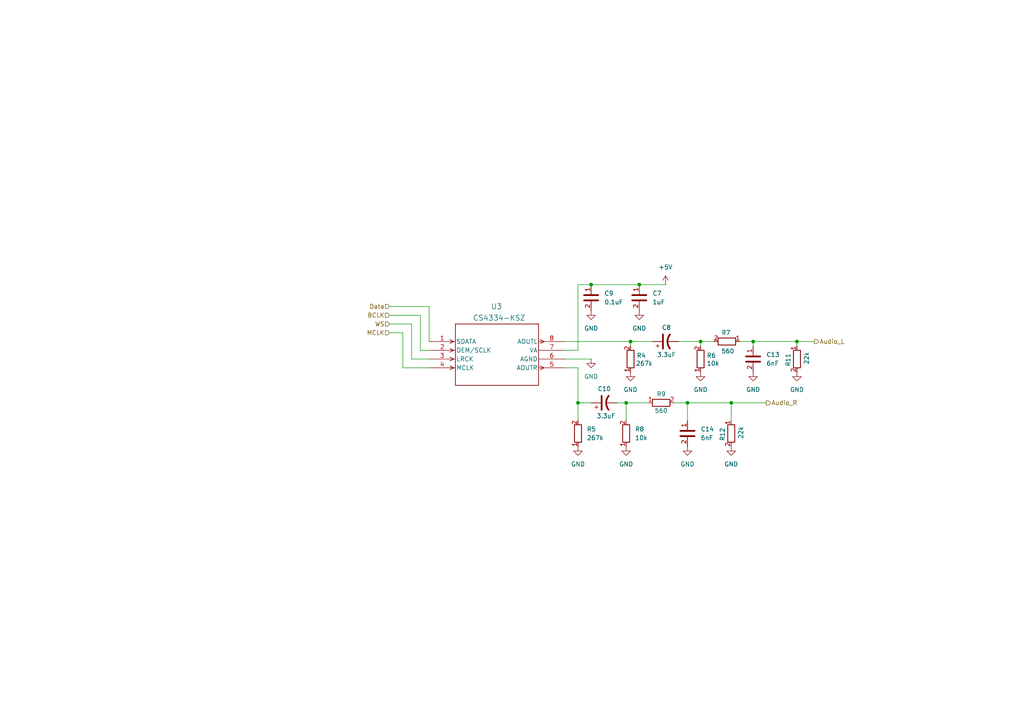
<source format=kicad_sch>
(kicad_sch (version 20231120) (generator "eeschema") (generator_version "8.0")
  (paper "A4")
  (lib_symbols
    (symbol "Device:C_Polarized_US" (pin_numbers hide) (pin_names (offset 0.254) hide)
      (property "Reference" "C" (at 0.635 2.54 0))
      (property "Value" "C_Polarized_US" (at 0.635 -2.54 0))
      (symbol "C_Polarized_US_0_1"
        (polyline (pts (xy -2.032 0.762) (xy 2.032 0.762)) (stroke (width 0.508)))
        (polyline (pts (xy -1.778 2.286) (xy -0.762 2.286)))
        (polyline (pts (xy -1.27 1.778) (xy -1.27 2.794)))
        (arc (start 2.032 -1.27) (mid 0 -0.5572) (end -2.032 -1.27) (stroke (width 0.508)))
      )
      (symbol "C_Polarized_US_1_1"
        (pin passive line (at 0 3.81 270) (length 2.794) (name "~") (number "1"))
        (pin passive line (at 0 -3.81 90) (length 3.302) (name "~") (number "2"))
      )
    )
    (symbol "PVA_board:C"
      (property "Reference" "C" (at 0 0 0))
      (symbol "C_0_1"
        (polyline (pts (xy -0.762 3.048) (xy -0.762 7.112)) (stroke (width 0.508)))
        (polyline (pts (xy 0.762 3.048) (xy 0.762 7.112)) (stroke (width 0.508)))
      )
      (symbol "C_1_1"
        (pin passive line (at -3.81 5.08 0) (length 2.794) (name "~") (number "1"))
        (pin passive line (at 3.81 5.08 180) (length 2.794) (name "~") (number "2"))
      )
    )
    (symbol "PVA_board:CS4334-KSZ" (pin_names (offset 0.254))
      (property "Reference" "U" (at 19.304 9.398 0))
      (property "Value" "CS4334-KSZ" (at 19.304 6.858 0))
      (symbol "CS4334-KSZ_0_1"
        (polyline (pts (xy 7.0993 -7.62) (xy 6.0579 -8.1407)) (stroke (width 0.2032)))
        (polyline (pts (xy 7.0993 -7.62) (xy 6.0579 -7.0993)) (stroke (width 0.2032)))
        (polyline (pts (xy 7.0993 -5.08) (xy 6.0579 -5.6007)) (stroke (width 0.2032)))
        (polyline (pts (xy 7.0993 -5.08) (xy 6.0579 -4.5593)) (stroke (width 0.2032)))
        (polyline (pts (xy 7.0993 -2.54) (xy 6.0579 -3.0607)) (stroke (width 0.2032)))
        (polyline (pts (xy 7.0993 -2.54) (xy 6.0579 -2.0193)) (stroke (width 0.2032)))
        (polyline (pts (xy 7.0993 0) (xy 6.0579 -0.5207)) (stroke (width 0.2032)))
        (polyline (pts (xy 7.0993 0) (xy 6.0579 0.5207)) (stroke (width 0.2032)))
        (polyline (pts (xy 7.62 -12.7) (xy 31.75 -12.7)) (stroke (width 0.2032)))
        (polyline (pts (xy 7.62 5.08) (xy 7.62 -12.7)) (stroke (width 0.2032)))
        (polyline (pts (xy 31.75 -12.7) (xy 31.75 5.08)) (stroke (width 0.2032)))
        (polyline (pts (xy 31.75 5.08) (xy 7.62 5.08)) (stroke (width 0.2032)))
        (polyline (pts (xy 32.2707 -8.1407) (xy 33.3121 -7.62)) (stroke (width 0.2032)))
        (polyline (pts (xy 32.2707 -7.0993) (xy 33.3121 -7.62)) (stroke (width 0.2032)))
        (polyline (pts (xy 32.2707 -0.5207) (xy 33.3121 0)) (stroke (width 0.2032)))
        (polyline (pts (xy 32.2707 0.5207) (xy 33.3121 0)) (stroke (width 0.2032)))
        (pin input line (at 0 0 0) (length 7.62) (name "SDATA") (number "1"))
        (pin input line (at 0 -2.54 0) (length 7.62) (name "DEM/SCLK") (number "2"))
        (pin input line (at 0 -5.08 0) (length 7.62) (name "LRCK") (number "3"))
        (pin input line (at 0 -7.62 0) (length 7.62) (name "MCLK") (number "4"))
        (pin output line (at 39.37 -7.62 180) (length 7.62) (name "AOUTR") (number "5"))
        (pin power_in line (at 39.37 -5.08 180) (length 7.62) (name "AGND") (number "6"))
        (pin power_in line (at 39.37 -2.54 180) (length 7.62) (name "VA") (number "7"))
        (pin output line (at 39.37 0 180) (length 7.62) (name "AOUTL") (number "8"))
      )
    )
    (symbol "PVA_board:R"
      (property "Reference" "R" (at 0 0 0))
      (symbol "R_0_1"
        (rectangle (start 2.54 1.524) (end -2.54 3.556) (stroke (width 0.254)))
      )
      (symbol "R_1_1"
        (pin passive line (at -3.81 2.54 0) (length 1.27) (name "~") (number "1"))
        (pin passive line (at 3.81 2.54 180) (length 1.27) (name "~") (number "2"))
      )
    )
    (symbol "power:+5V" (power) (pin_numbers hide) (pin_names (offset 0) hide)
      (property "Value" "+5V" (at 0 3.556 0))
      (symbol "+5V_0_1"
        (polyline (pts (xy -0.762 1.27) (xy 0 2.54)))
        (polyline (pts (xy 0 0) (xy 0 2.54)))
        (polyline (pts (xy 0 2.54) (xy 0.762 1.27)))
      )
      (symbol "+5V_1_1"
        (pin power_in line (at 0 0 90) (length 0) (name "~") (number "1"))
      )
    )
    (symbol "power:GND" (power) (pin_numbers hide) (pin_names (offset 0) hide)
      (property "Value" "GND" (at 0 -3.81 0))
      (symbol "GND_0_1"
        (polyline (pts (xy 0 0) (xy 0 -1.27) (xy 1.27 -1.27) (xy 0 -2.54) (xy -1.27 -1.27) (xy 0 -1.27)))
      )
      (symbol "GND_1_1"
        (pin power_in line (at 0 0 270) (length 0) (name "~") (number "1"))
      )
    )
  )
  (junction (at 199.39 116.84))
  (junction (at 185.42 82.55))
  (junction (at 218.44 99.06))
  (junction (at 181.61 116.84))
  (junction (at 231.14 99.06))
  (junction (at 167.64 116.84))
  (junction (at 171.45 82.55))
  (junction (at 212.09 116.84))
  (junction (at 203.2 99.06))
  (junction (at 182.88 99.06))
  (wire (pts (xy 124.46 104.14) (xy 119.38 104.14)))
  (wire (pts (xy 124.46 99.06) (xy 124.46 88.9)))
  (wire (pts (xy 212.09 121.92) (xy 212.09 116.84)))
  (wire (pts (xy 167.64 106.68) (xy 167.64 116.84)))
  (wire (pts (xy 218.44 100.33) (xy 218.44 99.06)))
  (wire (pts (xy 121.92 101.6) (xy 124.46 101.6)))
  (wire (pts (xy 182.88 100.33) (xy 182.88 99.06)))
  (wire (pts (xy 167.64 106.68) (xy 163.83 106.68)))
  (wire (pts (xy 218.44 99.06) (xy 214.63 99.06)))
  (wire (pts (xy 113.03 88.9) (xy 124.46 88.9)))
  (wire (pts (xy 171.45 116.84) (xy 167.64 116.84)))
  (wire (pts (xy 182.88 99.06) (xy 189.23 99.06)))
  (wire (pts (xy 113.03 96.52) (xy 116.84 96.52)))
  (wire (pts (xy 203.2 99.06) (xy 196.85 99.06)))
  (wire (pts (xy 121.92 101.6) (xy 121.92 91.44)))
  (wire (pts (xy 187.96 116.84) (xy 181.61 116.84)))
  (wire (pts (xy 119.38 93.98) (xy 119.38 104.14)))
  (wire (pts (xy 167.64 82.55) (xy 167.64 101.6)))
  (wire (pts (xy 113.03 93.98) (xy 119.38 93.98)))
  (wire (pts (xy 199.39 116.84) (xy 195.58 116.84)))
  (wire (pts (xy 231.14 99.06) (xy 236.22 99.06)))
  (wire (pts (xy 185.42 82.55) (xy 193.04 82.55)))
  (wire (pts (xy 113.03 91.44) (xy 121.92 91.44)))
  (wire (pts (xy 181.61 116.84) (xy 179.07 116.84)))
  (wire (pts (xy 167.64 121.92) (xy 167.64 116.84)))
  (wire (pts (xy 171.45 82.55) (xy 185.42 82.55)))
  (wire (pts (xy 207.01 99.06) (xy 203.2 99.06)))
  (wire (pts (xy 124.46 106.68) (xy 116.84 106.68)))
  (wire (pts (xy 199.39 116.84) (xy 212.09 116.84)))
  (wire (pts (xy 203.2 100.33) (xy 203.2 99.06)))
  (wire (pts (xy 231.14 100.33) (xy 231.14 99.06)))
  (wire (pts (xy 171.45 104.14) (xy 163.83 104.14)))
  (wire (pts (xy 212.09 116.84) (xy 222.25 116.84)))
  (wire (pts (xy 163.83 99.06) (xy 182.88 99.06)))
  (wire (pts (xy 181.61 121.92) (xy 181.61 116.84)))
  (wire (pts (xy 167.64 101.6) (xy 163.83 101.6)))
  (wire (pts (xy 199.39 121.92) (xy 199.39 116.84)))
  (wire (pts (xy 167.64 82.55) (xy 171.45 82.55)))
  (wire (pts (xy 116.84 106.68) (xy 116.84 96.52)))
  (wire (pts (xy 218.44 99.06) (xy 231.14 99.06)))
  (hierarchical_label "BCLK" (shape input) (at 113.03 91.44 180))
  (hierarchical_label "Data" (shape input) (at 113.03 88.9 180))
  (hierarchical_label "Audio_R" (shape output) (at 222.25 116.84 0))
  (hierarchical_label "Audio_L" (shape output) (at 236.22 99.06 0))
  (hierarchical_label "WS" (shape input) (at 113.03 93.98 180))
  (hierarchical_label "MCLK" (shape input) (at 113.03 96.52 180))
  (symbol (lib_id "power:+5V") (at 193.04 82.55 0) (unit 1)
    (property "Reference" "#PWR024" (effects (hide yes)))
    (property "Value" "+5V" (at 193.04 77.47 0))
    (property "Description" "Power symbol creates a global label with name \"+5V\"" (effects (hide yes)))
  )
  (symbol (lib_id "power:GND") (at 199.39 129.54 0) (unit 1)
    (property "Reference" "#PWR025" (effects (hide yes)))
    (property "Value" "GND" (at 199.39 134.62 0))
    (property "Description" "Power symbol creates a global label with name \"GND\" , ground" (effects (hide yes)))
  )
  (symbol (lib_id "power:GND") (at 218.44 107.95 0) (unit 1)
    (property "Reference" "#PWR028" (effects (hide yes)))
    (property "Value" "GND" (at 218.44 113.03 0))
    (property "Description" "Power symbol creates a global label with name \"GND\" , ground" (effects (hide yes)))
  )
  (symbol (lib_id "power:GND") (at 171.45 104.14 0) (unit 1)
    (property "Reference" "#PWR020" (effects (hide yes)))
    (property "Value" "GND" (at 171.45 109.22 0))
    (property "Description" "Power symbol creates a global label with name \"GND\" , ground" (effects (hide yes)))
  )
  (symbol (lib_id "PVA_board:C") (at 166.37 86.36 270) (unit 1)
    (property "Reference" "C9" (at 175.26 85.0899 90) (effects (justify left)))
    (property "Value" "0.1uF" (at 175.26 87.6299 90) (effects (justify left)))
    (property "Footprint" "PVA_board:C-0805" (effects (hide yes)))
  )
  (symbol (lib_id "PVA_board:R") (at 184.15 125.73 90) (unit 1)
    (property "Reference" "R8" (at 184.15 124.4599 90) (effects (justify right)))
    (property "Value" "10k" (at 184.15 126.9999 90) (effects (justify right)))
    (property "Footprint" "PVA_board:R-0805" (effects (hide yes)))
  )
  (symbol (lib_id "PVA_board:R") (at 228.6 104.14 270) (unit 1)
    (property "Reference" "R11" (at 228.6 104.394 0))
    (property "Value" "22k" (at 233.934 103.886 0))
    (property "Footprint" "PVA_board:R-0805" (effects (hide yes)))
  )
  (symbol (lib_id "PVA_board:C") (at 213.36 104.14 270) (unit 1)
    (property "Reference" "C13" (at 222.25 102.8699 90) (effects (justify left)))
    (property "Value" "6nF" (at 222.25 105.4099 90) (effects (justify left)))
    (property "Footprint" "PVA_board:C-0805" (effects (hide yes)))
  )
  (symbol (lib_id "power:GND") (at 231.14 107.95 0) (unit 1)
    (property "Reference" "#PWR029" (effects (hide yes)))
    (property "Value" "GND" (at 231.14 113.03 0))
    (property "Description" "Power symbol creates a global label with name \"GND\" , ground" (effects (hide yes)))
  )
  (symbol (lib_id "PVA_board:C") (at 194.31 125.73 270) (unit 1)
    (property "Reference" "C14" (at 203.2 124.4599 90) (effects (justify left)))
    (property "Value" "6nF" (at 203.2 126.9999 90) (effects (justify left)))
    (property "Footprint" "PVA_board:C-0805" (effects (hide yes)))
  )
  (symbol (lib_id "PVA_board:R") (at 170.18 125.73 90) (unit 1)
    (property "Reference" "R5" (at 170.18 124.4599 90) (effects (justify right)))
    (property "Value" "267k" (at 170.18 126.9999 90) (effects (justify right)))
    (property "Footprint" "PVA_board:R-0805" (effects (hide yes)))
  )
  (symbol (lib_id "PVA_board:CS4334-KSZ") (at 124.46 99.06 0) (unit 1)
    (property "Reference" "U3" (at 144.018 88.9 0) (effects (font (size 1.524 1.524))))
    (property "Value" "CS4334-KSZ" (at 144.78 92.202 0) (effects (font (size 1.524 1.524))))
    (property "Footprint" "PVA_board:CIR-SOIC-8_W150-M" (effects (hide yes)))
    (property "Datasheet" "CS4334-KSZ" (effects (hide yes)))
  )
  (symbol (lib_id "power:GND") (at 212.09 129.54 0) (unit 1)
    (property "Reference" "#PWR027" (effects (hide yes)))
    (property "Value" "GND" (at 212.09 134.62 0))
    (property "Description" "Power symbol creates a global label with name \"GND\" , ground" (effects (hide yes)))
  )
  (symbol (lib_id "Device:C_Polarized_US") (at 193.04 99.06 90) (unit 1)
    (property "Reference" "C8" (at 193.294 94.996 90))
    (property "Value" "3.3uF" (at 193.294 102.87 90))
    (property "Footprint" "PVA_board:CP_Elec_4x5.4" (effects (hide yes)))
    (property "Description" "Polarized capacitor, US symbol" (effects (hide yes)))
  )
  (symbol (lib_id "power:GND") (at 167.64 129.54 0) (unit 1)
    (property "Reference" "#PWR018" (effects (hide yes)))
    (property "Value" "GND" (at 167.64 134.62 0))
    (property "Description" "Power symbol creates a global label with name \"GND\" , ground" (effects (hide yes)))
  )
  (symbol (lib_id "power:GND") (at 171.45 90.17 0) (unit 1)
    (property "Reference" "#PWR019" (effects (hide yes)))
    (property "Value" "GND" (at 171.45 95.25 0))
    (property "Description" "Power symbol creates a global label with name \"GND\" , ground" (effects (hide yes)))
  )
  (symbol (lib_id "PVA_board:R") (at 210.82 96.52 180) (unit 1)
    (property "Reference" "R7" (at 210.566 96.52 0))
    (property "Value" "560" (at 211.074 101.854 0))
    (property "Footprint" "PVA_board:R-0805" (effects (hide yes)))
  )
  (symbol (lib_id "PVA_board:R") (at 209.55 125.73 270) (unit 1)
    (property "Reference" "R12" (at 209.55 125.984 0))
    (property "Value" "22k" (at 214.884 125.476 0))
    (property "Footprint" "PVA_board:R-0805" (effects (hide yes)))
  )
  (symbol (lib_id "power:GND") (at 181.61 129.54 0) (unit 1)
    (property "Reference" "#PWR021" (effects (hide yes)))
    (property "Value" "GND" (at 181.61 134.62 0))
    (property "Description" "Power symbol creates a global label with name \"GND\" , ground" (effects (hide yes)))
  )
  (symbol (lib_id "PVA_board:C") (at 180.34 86.36 270) (unit 1)
    (property "Reference" "C7" (at 189.23 85.0899 90) (effects (justify left)))
    (property "Value" "1uF" (at 189.23 87.6299 90) (effects (justify left)))
    (property "Footprint" "PVA_board:C-0805" (effects (hide yes)))
  )
  (symbol (lib_id "Device:C_Polarized_US") (at 175.26 116.84 90) (unit 1)
    (property "Reference" "C10" (at 175.26 112.776 90))
    (property "Value" "3.3uF" (at 175.768 120.65 90))
    (property "Footprint" "PVA_board:CP_Elec_4x5.4" (effects (hide yes)))
    (property "Description" "Polarized capacitor, US symbol" (effects (hide yes)))
  )
  (symbol (lib_id "PVA_board:R") (at 205.74 104.14 90) (unit 1)
    (property "Reference" "R6" (at 204.978 103.124 90) (effects (justify right)))
    (property "Value" "10k" (at 204.978 105.41 90) (effects (justify right)))
    (property "Footprint" "PVA_board:R-0805" (effects (hide yes)))
  )
  (symbol (lib_id "PVA_board:R") (at 185.42 104.14 90) (unit 1)
    (property "Reference" "R4" (at 184.658 103.124 90) (effects (justify right)))
    (property "Value" "267k" (at 184.404 105.41 90) (effects (justify right)))
    (property "Footprint" "PVA_board:R-0805" (effects (hide yes)))
  )
  (symbol (lib_id "power:GND") (at 203.2 107.95 0) (unit 1)
    (property "Reference" "#PWR026" (effects (hide yes)))
    (property "Value" "GND" (at 203.2 113.03 0))
    (property "Description" "Power symbol creates a global label with name \"GND\" , ground" (effects (hide yes)))
  )
  (symbol (lib_id "PVA_board:R") (at 191.77 119.38 0) (unit 1)
    (property "Reference" "R9" (at 191.77 114.3 0))
    (property "Value" "560" (at 191.77 119.126 0))
    (property "Footprint" "PVA_board:R-0805" (effects (hide yes)))
  )
  (symbol (lib_id "power:GND") (at 182.88 107.95 0) (unit 1)
    (property "Reference" "#PWR022" (effects (hide yes)))
    (property "Value" "GND" (at 182.88 113.03 0))
    (property "Description" "Power symbol creates a global label with name \"GND\" , ground" (effects (hide yes)))
  )
  (symbol (lib_id "power:GND") (at 185.42 90.17 0) (unit 1)
    (property "Reference" "#PWR023" (effects (hide yes)))
    (property "Value" "GND" (at 185.42 95.25 0))
    (property "Description" "Power symbol creates a global label with name \"GND\" , ground" (effects (hide yes)))
  )
)
</source>
